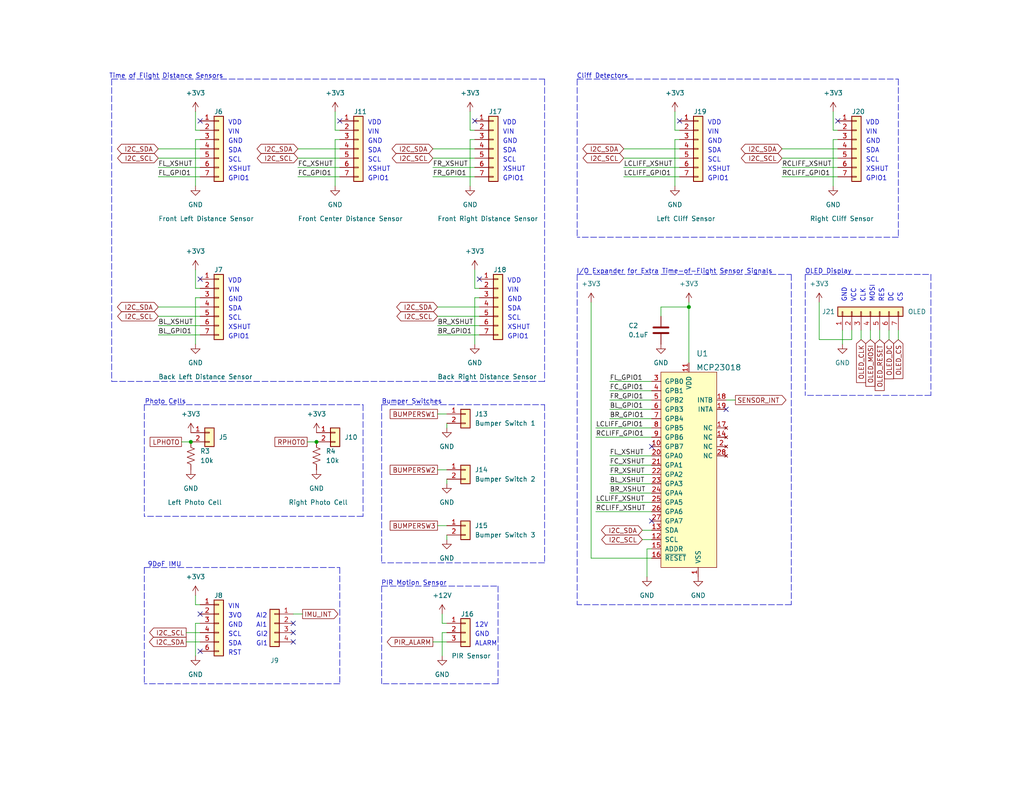
<source format=kicad_sch>
(kicad_sch (version 20211123) (generator eeschema)
  (paper "A")
  (title_block (title "RugRover Shield") (date "2022-03-29") (rev "0.1") (comment 1 "CC BY-SA 4.0"))
  (lib_symbols
    (symbol "Connector_Generic:Conn_01x02" (pin_names (offset 1.016) hide)
      (property "Reference" "J" (at 0 2.54 0))
      (property "Value" "Conn_01x02" (at 0 -5.08 0))
      (symbol "Conn_01x02_1_1"
        (rectangle (start -1.27 -2.413) (end 0 -2.667) (stroke (width 0.1524)))
        (rectangle (start -1.27 0.127) (end 0 -0.127) (stroke (width 0.1524)))
        (rectangle (start -1.27 1.27) (end 1.27 -3.81) (stroke (width 0.254)) (fill (type background)))
        (pin passive line (at -5.08 0 0) (length 3.81) (name "Pin_1") (number "1"))
        (pin passive line (at -5.08 -2.54 0) (length 3.81) (name "Pin_2") (number "2"))
      )
    )
    (symbol "Connector_Generic:Conn_01x03" (pin_names (offset 1.016) hide)
      (property "Reference" "J" (at 0 5.08 0))
      (property "Value" "Conn_01x03" (at 0 -5.08 0))
      (symbol "Conn_01x03_1_1"
        (rectangle (start -1.27 -2.413) (end 0 -2.667) (stroke (width 0.1524)))
        (rectangle (start -1.27 0.127) (end 0 -0.127) (stroke (width 0.1524)))
        (rectangle (start -1.27 2.667) (end 0 2.413) (stroke (width 0.1524)))
        (rectangle (start -1.27 3.81) (end 1.27 -3.81) (stroke (width 0.254)) (fill (type background)))
        (pin passive line (at -5.08 2.54 0) (length 3.81) (name "Pin_1") (number "1"))
        (pin passive line (at -5.08 0 0) (length 3.81) (name "Pin_2") (number "2"))
        (pin passive line (at -5.08 -2.54 0) (length 3.81) (name "Pin_3") (number "3"))
      )
    )
    (symbol "Connector_Generic:Conn_01x04" (pin_names (offset 1.016) hide)
      (property "Reference" "J" (at 0 5.08 0))
      (property "Value" "Conn_01x04" (at 0 -7.62 0))
      (symbol "Conn_01x04_1_1"
        (rectangle (start -1.27 -4.953) (end 0 -5.207) (stroke (width 0.1524)))
        (rectangle (start -1.27 -2.413) (end 0 -2.667) (stroke (width 0.1524)))
        (rectangle (start -1.27 0.127) (end 0 -0.127) (stroke (width 0.1524)))
        (rectangle (start -1.27 2.667) (end 0 2.413) (stroke (width 0.1524)))
        (rectangle (start -1.27 3.81) (end 1.27 -6.35) (stroke (width 0.254)) (fill (type background)))
        (pin passive line (at -5.08 2.54 0) (length 3.81) (name "Pin_1") (number "1"))
        (pin passive line (at -5.08 0 0) (length 3.81) (name "Pin_2") (number "2"))
        (pin passive line (at -5.08 -2.54 0) (length 3.81) (name "Pin_3") (number "3"))
        (pin passive line (at -5.08 -5.08 0) (length 3.81) (name "Pin_4") (number "4"))
      )
    )
    (symbol "Connector_Generic:Conn_01x06" (pin_names (offset 1.016) hide)
      (property "Reference" "J" (at 0 7.62 0))
      (property "Value" "Conn_01x06" (at 0 -10.16 0))
      (symbol "Conn_01x06_1_1"
        (rectangle (start -1.27 -7.493) (end 0 -7.747) (stroke (width 0.1524)))
        (rectangle (start -1.27 -4.953) (end 0 -5.207) (stroke (width 0.1524)))
        (rectangle (start -1.27 -2.413) (end 0 -2.667) (stroke (width 0.1524)))
        (rectangle (start -1.27 0.127) (end 0 -0.127) (stroke (width 0.1524)))
        (rectangle (start -1.27 2.667) (end 0 2.413) (stroke (width 0.1524)))
        (rectangle (start -1.27 5.207) (end 0 4.953) (stroke (width 0.1524)))
        (rectangle (start -1.27 6.35) (end 1.27 -8.89) (stroke (width 0.254)) (fill (type background)))
        (pin passive line (at -5.08 5.08 0) (length 3.81) (name "Pin_1") (number "1"))
        (pin passive line (at -5.08 2.54 0) (length 3.81) (name "Pin_2") (number "2"))
        (pin passive line (at -5.08 0 0) (length 3.81) (name "Pin_3") (number "3"))
        (pin passive line (at -5.08 -2.54 0) (length 3.81) (name "Pin_4") (number "4"))
        (pin passive line (at -5.08 -5.08 0) (length 3.81) (name "Pin_5") (number "5"))
        (pin passive line (at -5.08 -7.62 0) (length 3.81) (name "Pin_6") (number "6"))
      )
    )
    (symbol "Connector_Generic:Conn_01x07" (pin_names (offset 1.016) hide)
      (property "Reference" "J" (at 0 10.16 0))
      (property "Value" "Conn_01x07" (at 0 -10.16 0))
      (symbol "Conn_01x07_1_1"
        (rectangle (start -1.27 -7.493) (end 0 -7.747) (stroke (width 0.1524)))
        (rectangle (start -1.27 -4.953) (end 0 -5.207) (stroke (width 0.1524)))
        (rectangle (start -1.27 -2.413) (end 0 -2.667) (stroke (width 0.1524)))
        (rectangle (start -1.27 0.127) (end 0 -0.127) (stroke (width 0.1524)))
        (rectangle (start -1.27 2.667) (end 0 2.413) (stroke (width 0.1524)))
        (rectangle (start -1.27 5.207) (end 0 4.953) (stroke (width 0.1524)))
        (rectangle (start -1.27 7.747) (end 0 7.493) (stroke (width 0.1524)))
        (rectangle (start -1.27 8.89) (end 1.27 -8.89) (stroke (width 0.254)) (fill (type background)))
        (pin passive line (at -5.08 7.62 0) (length 3.81) (name "Pin_1") (number "1"))
        (pin passive line (at -5.08 5.08 0) (length 3.81) (name "Pin_2") (number "2"))
        (pin passive line (at -5.08 2.54 0) (length 3.81) (name "Pin_3") (number "3"))
        (pin passive line (at -5.08 0 0) (length 3.81) (name "Pin_4") (number "4"))
        (pin passive line (at -5.08 -2.54 0) (length 3.81) (name "Pin_5") (number "5"))
        (pin passive line (at -5.08 -5.08 0) (length 3.81) (name "Pin_6") (number "6"))
        (pin passive line (at -5.08 -7.62 0) (length 3.81) (name "Pin_7") (number "7"))
      )
    )
    (symbol "Device:C" (pin_numbers hide) (pin_names (offset 0.254))
      (property "Reference" "C" (at 0.635 2.54 0))
      (property "Value" "C" (at 0.635 -2.54 0))
      (symbol "C_0_1"
        (polyline (pts (xy -2.032 -0.762) (xy 2.032 -0.762)) (stroke (width 0.508)))
        (polyline (pts (xy -2.032 0.762) (xy 2.032 0.762)) (stroke (width 0.508)))
      )
      (symbol "C_1_1"
        (pin passive line (at 0 3.81 270) (length 2.794) (name "~") (number "1"))
        (pin passive line (at 0 -3.81 90) (length 2.794) (name "~") (number "2"))
      )
    )
    (symbol "Device:R_US" (pin_numbers hide) (pin_names (offset 0))
      (property "Reference" "R" (at 2.54 0 90))
      (property "Value" "R_US" (at -2.54 0 90))
      (symbol "R_US_0_1"
        (polyline (pts (xy 0 -2.286) (xy 0 -2.54)))
        (polyline (pts (xy 0 2.286) (xy 0 2.54)))
        (polyline (pts (xy 0 -0.762) (xy 1.016 -1.143) (xy 0 -1.524) (xy -1.016 -1.905) (xy 0 -2.286)))
        (polyline (pts (xy 0 0.762) (xy 1.016 0.381) (xy 0 0) (xy -1.016 -0.381) (xy 0 -0.762)))
        (polyline (pts (xy 0 2.286) (xy 1.016 1.905) (xy 0 1.524) (xy -1.016 1.143) (xy 0 0.762)))
      )
      (symbol "R_US_1_1"
        (pin passive line (at 0 3.81 270) (length 1.27) (name "~") (number "1"))
        (pin passive line (at 0 -3.81 90) (length 1.27) (name "~") (number "2"))
      )
    )
    (symbol "dk_Interface-I-O-Expanders:MCP23018-E_SP" (pin_names (offset 1.016))
      (property "Reference" "U" (at -2.54 19.05 0))
      (property "Value" "MCP23018-E_SP" (at 2.54 -22.86 90))
      (symbol "MCP23018-E_SP_0_1"
        (rectangle (start -5.08 17.78) (end 10.16 -35.56) (fill (type background)))
      )
      (symbol "MCP23018-E_SP_1_1"
        (pin power_in line (at 5.08 -38.1 90) (length 2.54) (name "VSS") (number "1"))
        (pin bidirectional line (at -7.62 -2.54 0) (length 2.54) (name "GPB7") (number "10"))
        (pin power_in line (at 2.54 20.32 270) (length 2.54) (name "VDD") (number "11"))
        (pin input line (at -7.62 -27.94 0) (length 2.54) (name "SCL") (number "12"))
        (pin bidirectional line (at -7.62 -25.4 0) (length 2.54) (name "SDA") (number "13"))
        (pin no_connect line (at 12.7 0 180) (length 2.54) (name "NC") (number "14"))
        (pin input line (at -7.62 -30.48 0) (length 2.54) (name "ADDR") (number "15"))
        (pin input line (at -7.62 -33.02 0) (length 2.54) (name "~{RESET}") (number "16"))
        (pin no_connect line (at 12.7 2.54 180) (length 2.54) (name "NC") (number "17"))
        (pin output line (at 12.7 10.16 180) (length 2.54) (name "INTB") (number "18"))
        (pin output line (at 12.7 7.62 180) (length 2.54) (name "INTA") (number "19"))
        (pin no_connect line (at 12.7 -2.54 180) (length 2.54) (name "NC") (number "2"))
        (pin bidirectional line (at -7.62 -5.08 0) (length 2.54) (name "GPA0") (number "20"))
        (pin bidirectional line (at -7.62 -7.62 0) (length 2.54) (name "GPA1") (number "21"))
        (pin bidirectional line (at -7.62 -10.16 0) (length 2.54) (name "GPA2") (number "22"))
        (pin bidirectional line (at -7.62 -12.7 0) (length 2.54) (name "GPA3") (number "23"))
        (pin bidirectional line (at -7.62 -15.24 0) (length 2.54) (name "GPA4") (number "24"))
        (pin bidirectional line (at -7.62 -17.78 0) (length 2.54) (name "GPA5") (number "25"))
        (pin bidirectional line (at -7.62 -20.32 0) (length 2.54) (name "GPA6") (number "26"))
        (pin bidirectional line (at -7.62 -22.86 0) (length 2.54) (name "GPA7") (number "27"))
        (pin no_connect line (at 12.7 -5.08 180) (length 2.54) (name "NC") (number "28"))
        (pin bidirectional line (at -7.62 15.24 0) (length 2.54) (name "GPB0") (number "3"))
        (pin bidirectional line (at -7.62 12.7 0) (length 2.54) (name "GPB1") (number "4"))
        (pin bidirectional line (at -7.62 10.16 0) (length 2.54) (name "GPB2") (number "5"))
        (pin bidirectional line (at -7.62 7.62 0) (length 2.54) (name "GPB3") (number "6"))
        (pin bidirectional line (at -7.62 5.08 0) (length 2.54) (name "GPB4") (number "7"))
        (pin bidirectional line (at -7.62 2.54 0) (length 2.54) (name "GPB5") (number "8"))
        (pin bidirectional line (at -7.62 0 0) (length 2.54) (name "GPB6") (number "9"))
      )
    )
    (symbol "power:+12V" (power) (pin_names (offset 0))
      (property "Value" "+12V" (at 0 3.556 0))
      (symbol "+12V_0_1"
        (polyline (pts (xy -0.762 1.27) (xy 0 2.54)))
        (polyline (pts (xy 0 0) (xy 0 2.54)))
        (polyline (pts (xy 0 2.54) (xy 0.762 1.27)))
      )
      (symbol "+12V_1_1"
        (pin power_in line (at 0 0 90) (length 0) hide (name "+12V") (number "1"))
      )
    )
    (symbol "power:+3.3V" (power) (pin_names (offset 0))
      (property "Value" "+3.3V" (at 0 3.556 0))
      (symbol "+3.3V_0_1"
        (polyline (pts (xy -0.762 1.27) (xy 0 2.54)))
        (polyline (pts (xy 0 0) (xy 0 2.54)))
        (polyline (pts (xy 0 2.54) (xy 0.762 1.27)))
      )
      (symbol "+3.3V_1_1"
        (pin power_in line (at 0 0 90) (length 0) hide (name "+3V3") (number "1"))
      )
    )
    (symbol "power:GND" (power) (pin_names (offset 0))
      (property "Value" "GND" (at 0 -3.81 0))
      (symbol "GND_0_1"
        (polyline (pts (xy 0 0) (xy 0 -1.27) (xy 1.27 -1.27) (xy 0 -2.54) (xy -1.27 -1.27) (xy 0 -1.27)))
      )
      (symbol "GND_1_1"
        (pin power_in line (at 0 0 270) (length 0) hide (name "GND") (number "1"))
      )
    )
  )
  (junction (at 187.96 83.82))
  (junction (at 52.07 120.65))
  (junction (at 86.36 120.65))
  (no_connect (at 54.61 76.2))
  (no_connect (at 130.81 76.2))
  (no_connect (at 54.61 33.02))
  (no_connect (at 129.54 33.02))
  (no_connect (at 177.8 121.92))
  (no_connect (at 177.8 142.24))
  (no_connect (at 185.42 33.02))
  (no_connect (at 54.61 167.64))
  (no_connect (at 54.61 177.8))
  (no_connect (at 228.6 33.02))
  (no_connect (at 92.71 33.02))
  (no_connect (at 198.12 111.76))
  (no_connect (at 80.01 170.18))
  (no_connect (at 80.01 175.26))
  (no_connect (at 80.01 172.72))
  (wire (pts (xy 213.36 48.26) (xy 228.6 48.26)))
  (polyline (pts (xy 254 107.95) (xy 219.71 107.95)))
  (wire (pts (xy 121.92 146.05) (xy 121.92 147.32)))
  (wire (pts (xy 184.15 30.48) (xy 184.15 35.56)))
  (wire (pts (xy 166.37 132.08) (xy 177.8 132.08)))
  (wire (pts (xy 223.52 92.71) (xy 223.52 82.55)))
  (wire (pts (xy 53.34 35.56) (xy 54.61 35.56)))
  (wire (pts (xy 166.37 114.3) (xy 177.8 114.3)))
  (polyline (pts (xy 215.9 165.1) (xy 157.48 165.1)))
  (wire (pts (xy 237.49 90.17) (xy 237.49 92.71)))
  (polyline (pts (xy 99.06 140.97) (xy 39.37 140.97)))
  (wire (pts (xy 91.44 35.56) (xy 92.71 35.56)))
  (wire (pts (xy 118.11 45.72) (xy 129.54 45.72)))
  (polyline (pts (xy 245.11 64.77) (xy 157.48 64.77)))
  (wire (pts (xy 129.54 78.74) (xy 130.81 78.74)))
  (polyline (pts (xy 39.37 154.94) (xy 39.37 186.69)))
  (wire (pts (xy 213.36 40.64) (xy 228.6 40.64)))
  (wire (pts (xy 184.15 38.1) (xy 184.15 50.8)))
  (polyline (pts (xy 92.71 186.69) (xy 39.37 186.69)))
  (wire (pts (xy 180.34 83.82) (xy 187.96 83.82)))
  (wire (pts (xy 121.92 115.57) (xy 121.92 116.84)))
  (wire (pts (xy 166.37 106.68) (xy 177.8 106.68)))
  (wire (pts (xy 166.37 124.46) (xy 177.8 124.46)))
  (polyline (pts (xy 99.06 110.49) (xy 99.06 140.97)))
  (wire (pts (xy 128.27 35.56) (xy 129.54 35.56)))
  (wire (pts (xy 118.11 43.18) (xy 129.54 43.18)))
  (polyline (pts (xy 157.48 74.93) (xy 157.48 165.1)))
  (wire (pts (xy 91.44 38.1) (xy 91.44 50.8)))
  (wire (pts (xy 53.34 30.48) (xy 53.34 35.56)))
  (wire (pts (xy 81.28 43.18) (xy 92.71 43.18)))
  (wire (pts (xy 43.18 91.44) (xy 54.61 91.44)))
  (wire (pts (xy 81.28 48.26) (xy 92.71 48.26)))
  (wire (pts (xy 119.38 128.27) (xy 121.92 128.27)))
  (polyline (pts (xy 104.14 160.02) (xy 104.14 186.69)))
  (wire (pts (xy 53.34 78.74) (xy 54.61 78.74)))
  (wire (pts (xy 187.96 82.55) (xy 187.96 83.82)))
  (wire (pts (xy 81.28 40.64) (xy 92.71 40.64)))
  (wire (pts (xy 232.41 90.17) (xy 232.41 92.71)))
  (wire (pts (xy 187.96 83.82) (xy 187.96 99.06)))
  (wire (pts (xy 162.56 139.7) (xy 177.8 139.7)))
  (wire (pts (xy 118.11 48.26) (xy 129.54 48.26)))
  (wire (pts (xy 245.11 90.17) (xy 245.11 92.71)))
  (wire (pts (xy 176.53 149.86) (xy 176.53 157.48)))
  (polyline (pts (xy 30.48 21.59) (xy 30.48 104.14)))
  (wire (pts (xy 91.44 30.48) (xy 91.44 35.56)))
  (polyline (pts (xy 39.37 110.49) (xy 39.37 140.97)))
  (wire (pts (xy 166.37 111.76) (xy 177.8 111.76)))
  (wire (pts (xy 50.8 172.72) (xy 54.61 172.72)))
  (polyline (pts (xy 135.89 160.02) (xy 135.89 186.69)))
  (wire (pts (xy 232.41 92.71) (xy 223.52 92.71)))
  (wire (pts (xy 170.18 48.26) (xy 185.42 48.26)))
  (wire (pts (xy 175.26 144.78) (xy 177.8 144.78)))
  (wire (pts (xy 119.38 86.36) (xy 130.81 86.36)))
  (wire (pts (xy 118.11 40.64) (xy 129.54 40.64)))
  (wire (pts (xy 162.56 137.16) (xy 177.8 137.16)))
  (wire (pts (xy 162.56 116.84) (xy 177.8 116.84)))
  (wire (pts (xy 53.34 81.28) (xy 53.34 93.98)))
  (wire (pts (xy 119.38 91.44) (xy 130.81 91.44)))
  (wire (pts (xy 50.8 175.26) (xy 54.61 175.26)))
  (wire (pts (xy 166.37 104.14) (xy 177.8 104.14)))
  (wire (pts (xy 80.01 167.64) (xy 82.55 167.64)))
  (polyline (pts (xy 157.48 21.59) (xy 157.48 64.77)))
  (wire (pts (xy 177.8 149.86) (xy 176.53 149.86)))
  (wire (pts (xy 129.54 81.28) (xy 129.54 93.98)))
  (wire (pts (xy 81.28 45.72) (xy 92.71 45.72)))
  (polyline (pts (xy 148.59 21.59) (xy 148.59 104.14)))
  (polyline (pts (xy 254 74.93) (xy 254 107.95)))
  (polyline (pts (xy 148.59 104.14) (xy 30.48 104.14)))
  (wire (pts (xy 121.92 172.72) (xy 120.65 172.72)))
  (wire (pts (xy 227.33 30.48) (xy 227.33 35.56)))
  (wire (pts (xy 53.34 165.1) (xy 53.34 162.56)))
  (wire (pts (xy 49.53 120.65) (xy 52.07 120.65)))
  (wire (pts (xy 161.29 152.4) (xy 177.8 152.4)))
  (wire (pts (xy 242.57 90.17) (xy 242.57 92.71)))
  (wire (pts (xy 120.65 170.18) (xy 121.92 170.18)))
  (wire (pts (xy 53.34 73.66) (xy 53.34 78.74)))
  (wire (pts (xy 119.38 113.03) (xy 121.92 113.03)))
  (wire (pts (xy 170.18 40.64) (xy 185.42 40.64)))
  (polyline (pts (xy 104.14 110.49) (xy 104.14 153.67)))
  (polyline (pts (xy 135.89 186.69) (xy 104.14 186.69)))
  (wire (pts (xy 166.37 109.22) (xy 177.8 109.22)))
  (wire (pts (xy 170.18 43.18) (xy 185.42 43.18)))
  (polyline (pts (xy 148.59 153.67) (xy 104.14 153.67)))
  (wire (pts (xy 213.36 45.72) (xy 228.6 45.72)))
  (wire (pts (xy 128.27 30.48) (xy 128.27 35.56)))
  (polyline (pts (xy 245.11 21.59) (xy 245.11 64.77)))
  (wire (pts (xy 213.36 43.18) (xy 228.6 43.18)))
  (wire (pts (xy 119.38 143.51) (xy 121.92 143.51)))
  (polyline (pts (xy 104.14 160.02) (xy 135.89 160.02)))
  (wire (pts (xy 54.61 38.1) (xy 53.34 38.1)))
  (wire (pts (xy 228.6 38.1) (xy 227.33 38.1)))
  (wire (pts (xy 161.29 82.55) (xy 161.29 152.4)))
  (wire (pts (xy 54.61 81.28) (xy 53.34 81.28)))
  (wire (pts (xy 240.03 90.17) (xy 240.03 92.71)))
  (wire (pts (xy 43.18 48.26) (xy 54.61 48.26)))
  (wire (pts (xy 128.27 38.1) (xy 128.27 50.8)))
  (wire (pts (xy 54.61 170.18) (xy 53.34 170.18)))
  (wire (pts (xy 198.12 109.22) (xy 200.66 109.22)))
  (wire (pts (xy 175.26 147.32) (xy 177.8 147.32)))
  (wire (pts (xy 43.18 88.9) (xy 54.61 88.9)))
  (polyline (pts (xy 219.71 74.93) (xy 219.71 107.95)))
  (polyline (pts (xy 157.48 74.93) (xy 215.9 74.93)))
  (wire (pts (xy 53.34 38.1) (xy 53.34 50.8)))
  (wire (pts (xy 170.18 45.72) (xy 185.42 45.72)))
  (wire (pts (xy 118.11 175.26) (xy 121.92 175.26)))
  (wire (pts (xy 166.37 129.54) (xy 177.8 129.54)))
  (wire (pts (xy 129.54 38.1) (xy 128.27 38.1)))
  (wire (pts (xy 43.18 40.64) (xy 54.61 40.64)))
  (wire (pts (xy 130.81 81.28) (xy 129.54 81.28)))
  (wire (pts (xy 119.38 83.82) (xy 130.81 83.82)))
  (wire (pts (xy 227.33 38.1) (xy 227.33 50.8)))
  (wire (pts (xy 120.65 172.72) (xy 120.65 179.07)))
  (polyline (pts (xy 30.48 21.59) (xy 148.59 21.59)))
  (polyline (pts (xy 104.14 110.49) (xy 148.59 110.49)))
  (wire (pts (xy 166.37 134.62) (xy 177.8 134.62)))
  (polyline (pts (xy 148.59 110.49) (xy 148.59 153.67)))
  (wire (pts (xy 53.34 170.18) (xy 53.34 179.07)))
  (polyline (pts (xy 215.9 74.93) (xy 215.9 165.1)))
  (wire (pts (xy 43.18 86.36) (xy 54.61 86.36)))
  (polyline (pts (xy 92.71 154.94) (xy 92.71 186.69)))
  (polyline (pts (xy 39.37 110.49) (xy 99.06 110.49)))
  (polyline (pts (xy 39.37 154.94) (xy 92.71 154.94)))
  (polyline (pts (xy 219.71 74.93) (xy 254 74.93)))
  (wire (pts (xy 43.18 45.72) (xy 54.61 45.72)))
  (wire (pts (xy 120.65 167.64) (xy 120.65 170.18)))
  (wire (pts (xy 234.95 90.17) (xy 234.95 92.71)))
  (polyline (pts (xy 157.48 21.59) (xy 245.11 21.59)))
  (wire (pts (xy 166.37 127) (xy 177.8 127)))
  (wire (pts (xy 180.34 86.36) (xy 180.34 83.82)))
  (wire (pts (xy 83.82 120.65) (xy 86.36 120.65)))
  (wire (pts (xy 92.71 38.1) (xy 91.44 38.1)))
  (wire (pts (xy 227.33 35.56) (xy 228.6 35.56)))
  (wire (pts (xy 185.42 38.1) (xy 184.15 38.1)))
  (wire (pts (xy 129.54 73.66) (xy 129.54 78.74)))
  (wire (pts (xy 229.87 90.17) (xy 229.87 93.98)))
  (wire (pts (xy 43.18 83.82) (xy 54.61 83.82)))
  (wire (pts (xy 121.92 130.81) (xy 121.92 132.08)))
  (wire (pts (xy 43.18 43.18) (xy 54.61 43.18)))
  (wire (pts (xy 184.15 35.56) (xy 185.42 35.56)))
  (wire (pts (xy 162.56 119.38) (xy 177.8 119.38)))
  (wire (pts (xy 54.61 165.1) (xy 53.34 165.1)))
  (wire (pts (xy 119.38 88.9) (xy 130.81 88.9)))
  (text "VIN" (at 236.22 36.83 0) (effects (font (size 1.27 1.27)) (justify left bottom)))
  (text "SDA" (at 138.43 85.09 0) (effects (font (size 1.27 1.27)) (justify left bottom)))
  (text "SDA" (at 62.23 176.53 0) (effects (font (size 1.27 1.27)) (justify left bottom)))
  (text "I/O Expander for Extra Time-of-Flight Sensor Signals" (at 210.82 74.93 0) (effects (font (size 1.27 1.27)) (justify right bottom)))
  (text "GND" (at 137.16 39.37 0) (effects (font (size 1.27 1.27)) (justify left bottom)))
  (text "GI1" (at 69.85 176.53 0) (effects (font (size 1.27 1.27)) (justify left bottom)))
  (text "XSHUT" (at 100.33 46.99 0) (effects (font (size 1.27 1.27)) (justify left bottom)))
  (text "GPIO1" (at 100.33 49.53 0) (effects (font (size 1.27 1.27)) (justify left bottom)))
  (text "RES" (at 241.3 82.55 90) (effects (font (size 1.27 1.27)) (justify left bottom)))
  (text "VDD" (at 100.33 34.29 0) (effects (font (size 1.27 1.27)) (justify left bottom)))
  (text "12V" (at 129.54 171.45 0) (effects (font (size 1.27 1.27)) (justify left bottom)))
  (text "VDD" (at 138.43 77.47 0) (effects (font (size 1.27 1.27)) (justify left bottom)))
  (text "VIN" (at 62.23 166.37 0) (effects (font (size 1.27 1.27)) (justify left bottom)))
  (text "CLK" (at 236.22 82.55 90) (effects (font (size 1.27 1.27)) (justify left bottom)))
  (text "SCL" (at 236.22 44.45 0) (effects (font (size 1.27 1.27)) (justify left bottom)))
  (text "XSHUT" (at 138.43 90.17 0) (effects (font (size 1.27 1.27)) (justify left bottom)))
  (text "GND" (at 129.54 173.99 0) (effects (font (size 1.27 1.27)) (justify left bottom)))
  (text "CS" (at 246.38 82.55 90) (effects (font (size 1.27 1.27)) (justify left bottom)))
  (text "SDA" (at 62.23 85.09 0) (effects (font (size 1.27 1.27)) (justify left bottom)))
  (text "Photo Cells" (at 50.8 110.49 180) (effects (font (size 1.27 1.27)) (justify right bottom)))
  (text "VDD" (at 137.16 34.29 0) (effects (font (size 1.27 1.27)) (justify left bottom)))
  (text "GPIO1" (at 137.16 49.53 0) (effects (font (size 1.27 1.27)) (justify left bottom)))
  (text "GND" (at 231.14 82.55 90) (effects (font (size 1.27 1.27)) (justify left bottom)))
  (text "RST" (at 62.23 179.07 0) (effects (font (size 1.27 1.27)) (justify left bottom)))
  (text "VIN" (at 62.23 36.83 0) (effects (font (size 1.27 1.27)) (justify left bottom)))
  (text "SCL" (at 62.23 44.45 0) (effects (font (size 1.27 1.27)) (justify left bottom)))
  (text "XSHUT" (at 193.04 46.99 0) (effects (font (size 1.27 1.27)) (justify left bottom)))
  (text "Time of Flight Distance Sensors" (at 60.96 21.59 180) (effects (font (size 1.27 1.27)) (justify right bottom)))
  (text "GPIO1" (at 193.04 49.53 0) (effects (font (size 1.27 1.27)) (justify left bottom)))
  (text "VDD" (at 62.23 77.47 0) (effects (font (size 1.27 1.27)) (justify left bottom)))
  (text "GND" (at 62.23 39.37 0) (effects (font (size 1.27 1.27)) (justify left bottom)))
  (text "SCL" (at 62.23 173.99 0) (effects (font (size 1.27 1.27)) (justify left bottom)))
  (text "AI1" (at 69.85 171.45 0) (effects (font (size 1.27 1.27)) (justify left bottom)))
  (text "VIN" (at 100.33 36.83 0) (effects (font (size 1.27 1.27)) (justify left bottom)))
  (text "VDD" (at 236.22 34.29 0) (effects (font (size 1.27 1.27)) (justify left bottom)))
  (text "OLED Display" (at 232.41 74.93 180) (effects (font (size 1.27 1.27)) (justify right bottom)))
  (text "SCL" (at 138.43 87.63 0) (effects (font (size 1.27 1.27)) (justify left bottom)))
  (text "SCL" (at 100.33 44.45 0) (effects (font (size 1.27 1.27)) (justify left bottom)))
  (text "GI2" (at 69.85 173.99 0) (effects (font (size 1.27 1.27)) (justify left bottom)))
  (text "DC" (at 243.84 82.55 90) (effects (font (size 1.27 1.27)) (justify left bottom)))
  (text "GND" (at 62.23 171.45 0) (effects (font (size 1.27 1.27)) (justify left bottom)))
  (text "XSHUT" (at 137.16 46.99 0) (effects (font (size 1.27 1.27)) (justify left bottom)))
  (text "XSHUT" (at 62.23 46.99 0) (effects (font (size 1.27 1.27)) (justify left bottom)))
  (text "PIR Motion Sensor" (at 121.92 160.02 180) (effects (font (size 1.27 1.27)) (justify right bottom)))
  (text "SDA" (at 236.22 41.91 0) (effects (font (size 1.27 1.27)) (justify left bottom)))
  (text "GND" (at 100.33 39.37 0) (effects (font (size 1.27 1.27)) (justify left bottom)))
  (text "SDA" (at 193.04 41.91 0) (effects (font (size 1.27 1.27)) (justify left bottom)))
  (text "SDA" (at 62.23 41.91 0) (effects (font (size 1.27 1.27)) (justify left bottom)))
  (text "Bumper Switches" (at 120.65 110.49 180) (effects (font (size 1.27 1.27)) (justify right bottom)))
  (text "GPIO1" (at 236.22 49.53 0) (effects (font (size 1.27 1.27)) (justify left bottom)))
  (text "VDD" (at 193.04 34.29 0) (effects (font (size 1.27 1.27)) (justify left bottom)))
  (text "VDD" (at 62.23 34.29 0) (effects (font (size 1.27 1.27)) (justify left bottom)))
  (text "SCL" (at 62.23 87.63 0) (effects (font (size 1.27 1.27)) (justify left bottom)))
  (text "GPIO1" (at 62.23 92.71 0) (effects (font (size 1.27 1.27)) (justify left bottom)))
  (text "9DoF IMU" (at 49.53 154.94 180) (effects (font (size 1.27 1.27)) (justify right bottom)))
  (text "XSHUT" (at 236.22 46.99 0) (effects (font (size 1.27 1.27)) (justify left bottom)))
  (text "XSHUT" (at 62.23 90.17 0) (effects (font (size 1.27 1.27)) (justify left bottom)))
  (text "SDA" (at 100.33 41.91 0) (effects (font (size 1.27 1.27)) (justify left bottom)))
  (text "SCL" (at 137.16 44.45 0) (effects (font (size 1.27 1.27)) (justify left bottom)))
  (text "SCL" (at 193.04 44.45 0) (effects (font (size 1.27 1.27)) (justify left bottom)))
  (text "VIN" (at 138.43 80.01 0) (effects (font (size 1.27 1.27)) (justify left bottom)))
  (text "AI2" (at 69.85 168.91 0) (effects (font (size 1.27 1.27)) (justify left bottom)))
  (text "ALARM" (at 129.54 176.53 0) (effects (font (size 1.27 1.27)) (justify left bottom)))
  (text "GND" (at 62.23 82.55 0) (effects (font (size 1.27 1.27)) (justify left bottom)))
  (text "3VO" (at 62.23 168.91 0) (effects (font (size 1.27 1.27)) (justify left bottom)))
  (text "GND" (at 236.22 39.37 0) (effects (font (size 1.27 1.27)) (justify left bottom)))
  (text "VIN" (at 62.23 80.01 0) (effects (font (size 1.27 1.27)) (justify left bottom)))
  (text "VIN" (at 193.04 36.83 0) (effects (font (size 1.27 1.27)) (justify left bottom)))
  (text "GPIO1" (at 62.23 49.53 0) (effects (font (size 1.27 1.27)) (justify left bottom)))
  (text "GND" (at 193.04 39.37 0) (effects (font (size 1.27 1.27)) (justify left bottom)))
  (text "VIN" (at 137.16 36.83 0) (effects (font (size 1.27 1.27)) (justify left bottom)))
  (text "GPIO1" (at 138.43 92.71 0) (effects (font (size 1.27 1.27)) (justify left bottom)))
  (text "GND" (at 138.43 82.55 0) (effects (font (size 1.27 1.27)) (justify left bottom)))
  (text "SDA" (at 137.16 41.91 0) (effects (font (size 1.27 1.27)) (justify left bottom)))
  (text "Cliff Detectors" (at 171.45 21.59 180) (effects (font (size 1.27 1.27)) (justify right bottom)))
  (text "MOSI" (at 238.76 82.55 90) (effects (font (size 1.27 1.27)) (justify left bottom)))
  (text "VCC" (at 233.68 82.55 90) (effects (font (size 1.27 1.27)) (justify left bottom)))
  (label "FC_GPIO1" (at 166.37 106.68 0))
  (label "BL_XSHUT" (at 166.37 132.08 0))
  (label "BR_XSHUT" (at 166.37 134.62 0))
  (label "FR_GPIO1" (at 166.37 109.22 0))
  (label "LCLIFF_GPIO1" (at 170.18 48.26 0))
  (label "FL_XSHUT" (at 43.18 45.72 0))
  (label "FC_XSHUT" (at 81.28 45.72 0))
  (label "FL_GPIO1" (at 43.18 48.26 0))
  (label "LCLIFF_XSHUT" (at 170.18 45.72 0))
  (label "FR_XSHUT" (at 118.11 45.72 0))
  (label "RCLIFF_XSHUT" (at 213.36 45.72 0))
  (label "RCLIFF_XSHUT" (at 162.56 139.7 0))
  (label "RCLIFF_GPIO1" (at 213.36 48.26 0))
  (label "RCLIFF_GPIO1" (at 162.56 119.38 0))
  (label "FR_XSHUT" (at 166.37 129.54 0))
  (label "BR_GPIO1" (at 166.37 114.3 0))
  (label "LCLIFF_XSHUT" (at 162.56 137.16 0))
  (label "LCLIFF_GPIO1" (at 162.56 116.84 0))
  (label "FL_GPIO1" (at 166.37 104.14 0))
  (label "FL_XSHUT" (at 166.37 124.46 0))
  (label "BR_XSHUT" (at 119.38 88.9 0))
  (label "FC_XSHUT" (at 166.37 127 0))
  (label "BL_GPIO1" (at 166.37 111.76 0))
  (label "BL_GPIO1" (at 43.18 91.44 0))
  (label "BL_XSHUT" (at 43.18 88.9 0))
  (label "FR_GPIO1" (at 118.11 48.26 0))
  (label "BR_GPIO1" (at 119.38 91.44 0))
  (label "FC_GPIO1" (at 81.28 48.26 0))
  (global_label "I2C_SCL" (shape bidirectional) (at 43.18 86.36 180) (property "Intersheet References" "${INTERSHEET_REFS}" (effects hide)))
  (global_label "IMU_INT" (shape output) (at 82.55 167.64 0) (property "Intersheet References" "${INTERSHEET_REFS}" (effects hide)))
  (global_label "OLED_RESET" (shape input) (at 240.03 92.71 270) (property "Intersheet References" "${INTERSHEET_REFS}" (effects hide)))
  (global_label "RPHOTO" (shape passive) (at 83.82 120.65 180) (property "Intersheet References" "${INTERSHEET_REFS}" (effects hide)))
  (global_label "I2C_SCL" (shape bidirectional) (at 175.26 147.32 180) (property "Intersheet References" "${INTERSHEET_REFS}" (effects hide)))
  (global_label "OLED_DC" (shape input) (at 242.57 92.71 270) (property "Intersheet References" "${INTERSHEET_REFS}" (effects hide)))
  (global_label "I2C_SDA" (shape bidirectional) (at 118.11 40.64 180) (property "Intersheet References" "${INTERSHEET_REFS}" (effects hide)))
  (global_label "I2C_SCL" (shape output) (at 50.8 172.72 180) (property "Intersheet References" "${INTERSHEET_REFS}" (effects hide)))
  (global_label "I2C_SCL" (shape bidirectional) (at 43.18 43.18 180) (property "Intersheet References" "${INTERSHEET_REFS}" (effects hide)))
  (global_label "I2C_SDA" (shape bidirectional) (at 170.18 40.64 180) (property "Intersheet References" "${INTERSHEET_REFS}" (effects hide)))
  (global_label "SENSOR_INT" (shape output) (at 200.66 109.22 0) (property "Intersheet References" "${INTERSHEET_REFS}" (effects hide)))
  (global_label "I2C_SDA" (shape bidirectional) (at 119.38 83.82 180) (property "Intersheet References" "${INTERSHEET_REFS}" (effects hide)))
  (global_label "I2C_SCL" (shape bidirectional) (at 213.36 43.18 180) (property "Intersheet References" "${INTERSHEET_REFS}" (effects hide)))
  (global_label "BUMPERSW1" (shape passive) (at 119.38 113.03 180) (property "Intersheet References" "${INTERSHEET_REFS}" (effects hide)))
  (global_label "BUMPERSW2" (shape passive) (at 119.38 128.27 180) (property "Intersheet References" "${INTERSHEET_REFS}" (effects hide)))
  (global_label "I2C_SDA" (shape bidirectional) (at 43.18 40.64 180) (property "Intersheet References" "${INTERSHEET_REFS}" (effects hide)))
  (global_label "BUMPERSW3" (shape passive) (at 119.38 143.51 180) (property "Intersheet References" "${INTERSHEET_REFS}" (effects hide)))
  (global_label "I2C_SCL" (shape bidirectional) (at 118.11 43.18 180) (property "Intersheet References" "${INTERSHEET_REFS}" (effects hide)))
  (global_label "PIR_ALARM" (shape output) (at 118.11 175.26 180) (property "Intersheet References" "${INTERSHEET_REFS}" (effects hide)))
  (global_label "OLED_CLK" (shape input) (at 234.95 92.71 270) (property "Intersheet References" "${INTERSHEET_REFS}" (effects hide)))
  (global_label "I2C_SDA" (shape bidirectional) (at 43.18 83.82 180) (property "Intersheet References" "${INTERSHEET_REFS}" (effects hide)))
  (global_label "LPHOTO" (shape passive) (at 49.53 120.65 180) (property "Intersheet References" "${INTERSHEET_REFS}" (effects hide)))
  (global_label "I2C_SDA" (shape bidirectional) (at 175.26 144.78 180) (property "Intersheet References" "${INTERSHEET_REFS}" (effects hide)))
  (global_label "I2C_SDA" (shape bidirectional) (at 213.36 40.64 180) (property "Intersheet References" "${INTERSHEET_REFS}" (effects hide)))
  (global_label "I2C_SCL" (shape bidirectional) (at 81.28 43.18 180) (property "Intersheet References" "${INTERSHEET_REFS}" (effects hide)))
  (global_label "I2C_SDA" (shape bidirectional) (at 81.28 40.64 180) (property "Intersheet References" "${INTERSHEET_REFS}" (effects hide)))
  (global_label "OLED_CS" (shape input) (at 245.11 92.71 270) (property "Intersheet References" "${INTERSHEET_REFS}" (effects hide)))
  (global_label "I2C_SDA" (shape output) (at 50.8 175.26 180) (property "Intersheet References" "${INTERSHEET_REFS}" (effects hide)))
  (global_label "I2C_SCL" (shape bidirectional) (at 119.38 86.36 180) (property "Intersheet References" "${INTERSHEET_REFS}" (effects hide)))
  (global_label "I2C_SCL" (shape bidirectional) (at 170.18 43.18 180) (property "Intersheet References" "${INTERSHEET_REFS}" (effects hide)))
  (global_label "OLED_MOSI" (shape input) (at 237.49 92.71 270) (property "Intersheet References" "${INTERSHEET_REFS}" (effects hide)))
  (symbol (lib_id "Connector_Generic:Conn_01x07") (at 134.62 40.64 0) (unit 1)
    (property "Reference" "J17" (at 133.35 30.48 0) (effects (justify left)))
    (property "Value" "Front Right Distance Sensor" (at 119.38 59.69 0) (effects (justify left)))
    (property "Footprint" "Connector_PinSocket_2.54mm:PinSocket_1x07_P2.54mm_Vertical" (effects hide))
  )
  (symbol (lib_id "power:GND") (at 120.65 179.07 0) (unit 1)
    (property "Reference" "#PWR029" (effects hide))
    (property "Value" "GND" (at 120.65 184.15 0))
  )
  (symbol (lib_id "power:GND") (at 180.34 93.98 0) (unit 1)
    (property "Reference" "#PWR039" (effects hide))
    (property "Value" "GND" (at 180.34 99.06 0))
  )
  (symbol (lib_id "power:GND") (at 53.34 50.8 0) (unit 1)
    (property "Reference" "#PWR017" (effects hide))
    (property "Value" "GND" (at 53.34 55.88 0))
  )
  (symbol (lib_id "dk_Interface-I-O-Expanders:MCP23018-E_SP") (at 185.42 119.38 0) (unit 1)
    (property "Reference" "U1" (at 189.9794 96.52 0) (effects (font (size 1.524 1.524)) (justify left)))
    (property "Value" "MCP23018" (at 189.9794 100.33 0) (effects (font (size 1.524 1.524)) (justify left)))
    (property "Footprint" "Package_SO:SOIC-28W_7.5x17.9mm_P1.27mm" (effects hide))
    (property "Datasheet" "http://www.microchip.com/mymicrochip/filehandler.aspx?ddocname=en537442" (effects hide))
    (property "Digi-Key_PN" "MCP23018-E/SP-ND" (effects hide))
    (property "MPN" "MCP23018-E/SP" (effects hide))
    (property "Category" "Integrated Circuits (ICs)" (effects hide))
    (property "Family" "Interface - I/O Expanders" (effects hide))
    (property "DK_Datasheet_Link" "http://www.microchip.com/mymicrochip/filehandler.aspx?ddocname=en537442" (effects hide))
    (property "DK_Detail_Page" "/product-detail/en/microchip-technology/MCP23018-E-SP/MCP23018-E-SP-ND/1999505" (effects hide))
    (property "Description" "IC I/O EXPANDER I2C 16B 28SDIP" (effects hide))
    (property "Manufacturer" "Microchip Technology" (effects hide))
    (property "Status" "Active" (effects hide))
  )
  (symbol (lib_id "Device:C") (at 180.34 90.17 0) (unit 1)
    (property "Reference" "C2" (at 171.45 88.9 0) (effects (justify left)))
    (property "Value" "0.1uF" (at 171.45 91.44 0) (effects (justify left)))
    (property "Footprint" "Capacitor_SMD:C_0805_2012Metric_Pad1.18x1.45mm_HandSolder" (effects hide))
  )
  (symbol (lib_id "power:+3.3V") (at 129.54 73.66 0) (unit 1)
    (property "Reference" "#PWR035" (effects hide))
    (property "Value" "+3.3V" (at 129.54 68.58 0))
  )
  (symbol (lib_id "Connector_Generic:Conn_01x04") (at 74.93 170.18 0) (mirror y) (unit 1)
    (property "Reference" "J9" (at 74.93 180.34 0))
    (property "Value" "IMU-2" (effects hide))
    (property "Footprint" "Connector_PinSocket_2.54mm:PinSocket_1x04_P2.54mm_Vertical" (effects hide))
  )
  (symbol (lib_id "Connector_Generic:Conn_01x06") (at 59.69 170.18 0) (unit 1)
    (property "Reference" "J8" (at 58.42 162.56 0) (effects (justify left)))
    (property "Value" "IMU-1" (effects hide))
    (property "Footprint" "Connector_PinSocket_2.54mm:PinSocket_1x06_P2.54mm_Vertical" (effects hide))
  )
  (symbol (lib_id "power:GND") (at 121.92 116.84 0) (unit 1)
    (property "Reference" "#PWR030" (effects hide))
    (property "Value" "GND" (at 121.92 121.92 0))
  )
  (symbol (lib_id "Connector_Generic:Conn_01x02") (at 127 143.51 0) (unit 1)
    (property "Reference" "J15" (at 129.54 143.5099 0) (effects (justify left)))
    (property "Value" "Bumper Switch 3" (at 129.54 146.0499 0) (effects (justify left)))
    (property "Footprint" "Connector_PinSocket_2.54mm:PinSocket_1x02_P2.54mm_Horizontal" (effects hide))
  )
  (symbol (lib_id "power:+3.3V") (at 227.33 30.48 0) (unit 1)
    (property "Reference" "#PWR045" (effects hide))
    (property "Value" "+3.3V" (at 227.33 25.4 0))
  )
  (symbol (lib_id "power:GND") (at 53.34 179.07 0) (unit 1)
    (property "Reference" "#PWR021" (effects hide))
    (property "Value" "GND" (at 53.34 184.15 0))
  )
  (symbol (lib_id "Connector_Generic:Conn_01x07") (at 59.69 83.82 0) (unit 1)
    (property "Reference" "J7" (at 58.42 73.66 0) (effects (justify left)))
    (property "Value" "Back Left Distance Sensor" (at 43.18 102.87 0) (effects (justify left)))
    (property "Footprint" "Connector_PinSocket_2.54mm:PinSocket_1x07_P2.54mm_Vertical" (effects hide))
  )
  (symbol (lib_id "power:GND") (at 184.15 50.8 0) (unit 1)
    (property "Reference" "#PWR041" (effects hide))
    (property "Value" "GND" (at 184.15 55.88 0))
  )
  (symbol (lib_id "power:GND") (at 227.33 50.8 0) (unit 1)
    (property "Reference" "#PWR046" (effects hide))
    (property "Value" "GND" (at 227.33 55.88 0))
  )
  (symbol (lib_id "power:+3.3V") (at 223.52 82.55 0) (unit 1)
    (property "Reference" "#PWR044" (effects hide))
    (property "Value" "+3.3V" (at 223.52 77.47 0))
  )
  (symbol (lib_id "Device:R_US") (at 52.07 124.46 0) (unit 1)
    (property "Reference" "R3" (at 54.61 123.1899 0) (effects (justify left)))
    (property "Value" "10k" (at 54.61 125.7299 0) (effects (justify left)))
    (property "Footprint" "Resistor_SMD:R_0805_2012Metric_Pad1.20x1.40mm_HandSolder" (effects hide))
  )
  (symbol (lib_id "Connector_Generic:Conn_01x02") (at 91.44 118.11 0) (unit 1)
    (property "Reference" "J10" (at 93.98 119.38 0) (effects (justify left)))
    (property "Value" "Right Photo Cell" (at 78.74 137.16 0) (effects (justify left)))
    (property "Footprint" "Connector_PinSocket_2.54mm:PinSocket_1x02_P2.54mm_Vertical" (effects hide))
  )
  (symbol (lib_id "power:GND") (at 129.54 93.98 0) (unit 1)
    (property "Reference" "#PWR036" (effects hide))
    (property "Value" "GND" (at 129.54 99.06 0))
  )
  (symbol (lib_id "power:GND") (at 190.5 157.48 0) (unit 1)
    (property "Reference" "#PWR043" (effects hide))
    (property "Value" "GND" (at 190.5 162.56 0))
  )
  (symbol (lib_id "power:GND") (at 91.44 50.8 0) (unit 1)
    (property "Reference" "#PWR025" (effects hide))
    (property "Value" "GND" (at 91.44 55.88 0))
  )
  (symbol (lib_id "power:+12V") (at 120.65 167.64 0) (unit 1)
    (property "Reference" "#PWR028" (effects hide))
    (property "Value" "+12V" (at 120.65 162.56 0))
  )
  (symbol (lib_id "Connector_Generic:Conn_01x02") (at 127 128.27 0) (unit 1)
    (property "Reference" "J14" (at 129.54 128.2699 0) (effects (justify left)))
    (property "Value" "Bumper Switch 2" (at 129.54 130.8099 0) (effects (justify left)))
    (property "Footprint" "Connector_PinSocket_2.54mm:PinSocket_1x02_P2.54mm_Horizontal" (effects hide))
  )
  (symbol (lib_id "power:GND") (at 229.87 93.98 0) (unit 1)
    (property "Reference" "#PWR047" (effects hide))
    (property "Value" "GND" (at 229.87 99.06 0))
  )
  (symbol (lib_id "Connector_Generic:Conn_01x07") (at 135.89 83.82 0) (unit 1)
    (property "Reference" "J18" (at 134.62 73.66 0) (effects (justify left)))
    (property "Value" "Back Right Distance Sensor" (at 119.38 102.87 0) (effects (justify left)))
    (property "Footprint" "Connector_PinSocket_2.54mm:PinSocket_1x07_P2.54mm_Vertical" (effects hide))
  )
  (symbol (lib_id "power:+3.3V") (at 53.34 73.66 0) (unit 1)
    (property "Reference" "#PWR018" (effects hide))
    (property "Value" "+3.3V" (at 53.34 68.58 0))
  )
  (symbol (lib_id "Connector_Generic:Conn_01x07") (at 237.49 85.09 90) (unit 1)
    (property "Reference" "J21" (at 226.06 85.09 90))
    (property "Value" "OLED" (at 250.19 85.09 90))
    (property "Footprint" "Connector_PinSocket_2.54mm:PinSocket_1x07_P2.54mm_Vertical" (effects hide))
  )
  (symbol (lib_id "power:GND") (at 121.92 132.08 0) (unit 1)
    (property "Reference" "#PWR031" (effects hide))
    (property "Value" "GND" (at 121.92 137.16 0))
  )
  (symbol (lib_id "power:GND") (at 176.53 157.48 0) (unit 1)
    (property "Reference" "#PWR038" (effects hide))
    (property "Value" "GND" (at 176.53 162.56 0))
  )
  (symbol (lib_id "Connector_Generic:Conn_01x07") (at 59.69 40.64 0) (unit 1)
    (property "Reference" "J6" (at 58.42 30.48 0) (effects (justify left)))
    (property "Value" "Front Left Distance Sensor" (at 43.18 59.69 0) (effects (justify left)))
    (property "Footprint" "Connector_PinSocket_2.54mm:PinSocket_1x07_P2.54mm_Vertical" (effects hide))
  )
  (symbol (lib_id "Connector_Generic:Conn_01x02") (at 127 113.03 0) (unit 1)
    (property "Reference" "J13" (at 129.54 113.0299 0) (effects (justify left)))
    (property "Value" "Bumper Switch 1" (at 129.54 115.5699 0) (effects (justify left)))
    (property "Footprint" "Connector_PinSocket_2.54mm:PinSocket_1x02_P2.54mm_Horizontal" (effects hide))
  )
  (symbol (lib_id "power:+3.3V") (at 86.36 118.11 0) (unit 1)
    (property "Reference" "#PWR022" (effects hide))
    (property "Value" "+3.3V" (at 86.36 113.03 0))
  )
  (symbol (lib_id "power:+3.3V") (at 128.27 30.48 0) (unit 1)
    (property "Reference" "#PWR033" (effects hide))
    (property "Value" "+3.3V" (at 128.27 25.4 0))
  )
  (symbol (lib_id "Connector_Generic:Conn_01x07") (at 190.5 40.64 0) (unit 1)
    (property "Reference" "J19" (at 189.23 30.48 0) (effects (justify left)))
    (property "Value" "Left Cliff Sensor" (at 179.07 59.69 0) (effects (justify left)))
    (property "Footprint" "Connector_PinSocket_2.54mm:PinSocket_1x07_P2.54mm_Horizontal" (effects hide))
  )
  (symbol (lib_id "Device:R_US") (at 86.36 124.46 0) (unit 1)
    (property "Reference" "R4" (at 88.9 123.1899 0) (effects (justify left)))
    (property "Value" "10k" (at 88.9 125.7299 0) (effects (justify left)))
    (property "Footprint" "Resistor_SMD:R_0805_2012Metric_Pad1.20x1.40mm_HandSolder" (effects hide))
  )
  (symbol (lib_id "power:+3.3V") (at 187.96 82.55 0) (unit 1)
    (property "Reference" "#PWR042" (effects hide))
    (property "Value" "+3.3V" (at 187.96 77.47 0))
  )
  (symbol (lib_id "power:+3.3V") (at 91.44 30.48 0) (unit 1)
    (property "Reference" "#PWR024" (effects hide))
    (property "Value" "+3.3V" (at 91.44 25.4 0))
  )
  (symbol (lib_id "Connector_Generic:Conn_01x07") (at 97.79 40.64 0) (unit 1)
    (property "Reference" "J11" (at 96.52 30.48 0) (effects (justify left)))
    (property "Value" "Front Center Distance Sensor" (at 81.28 59.69 0) (effects (justify left)))
    (property "Footprint" "Connector_PinSocket_2.54mm:PinSocket_1x07_P2.54mm_Vertical" (effects hide))
  )
  (symbol (lib_id "power:+3.3V") (at 53.34 30.48 0) (unit 1)
    (property "Reference" "#PWR016" (effects hide))
    (property "Value" "+3.3V" (at 53.34 25.4 0))
  )
  (symbol (lib_id "Connector_Generic:Conn_01x02") (at 57.15 118.11 0) (unit 1)
    (property "Reference" "J5" (at 59.69 119.38 0) (effects (justify left)))
    (property "Value" "Left Photo Cell" (at 45.72 137.16 0) (effects (justify left)))
    (property "Footprint" "Connector_PinSocket_2.54mm:PinSocket_1x02_P2.54mm_Vertical" (effects hide))
  )
  (symbol (lib_id "Connector_Generic:Conn_01x07") (at 233.68 40.64 0) (unit 1)
    (property "Reference" "J20" (at 232.41 30.48 0) (effects (justify left)))
    (property "Value" "Right Cliff Sensor" (at 220.98 59.69 0) (effects (justify left)))
    (property "Footprint" "Connector_PinSocket_2.54mm:PinSocket_1x07_P2.54mm_Horizontal" (effects hide))
  )
  (symbol (lib_id "power:+3.3V") (at 161.29 82.55 0) (unit 1)
    (property "Reference" "#PWR037" (effects hide))
    (property "Value" "+3.3V" (at 161.29 77.47 0))
  )
  (symbol (lib_id "Connector_Generic:Conn_01x03") (at 127 172.72 0) (unit 1)
    (property "Reference" "J16" (at 125.73 167.64 0) (effects (justify left)))
    (property "Value" "PIR Sensor" (at 123.19 179.07 0) (effects (justify left)))
    (property "Footprint" "Connector_PinSocket_2.54mm:PinSocket_1x03_P2.54mm_Vertical" (effects hide))
  )
  (symbol (lib_id "power:GND") (at 52.07 128.27 0) (unit 1)
    (property "Reference" "#PWR015" (effects hide))
    (property "Value" "GND" (at 52.07 133.35 0))
  )
  (symbol (lib_id "power:+3.3V") (at 184.15 30.48 0) (unit 1)
    (property "Reference" "#PWR040" (effects hide))
    (property "Value" "+3.3V" (at 184.15 25.4 0))
  )
  (symbol (lib_id "power:GND") (at 128.27 50.8 0) (unit 1)
    (property "Reference" "#PWR034" (effects hide))
    (property "Value" "GND" (at 128.27 55.88 0))
  )
  (symbol (lib_id "power:GND") (at 121.92 147.32 0) (unit 1)
    (property "Reference" "#PWR032" (effects hide))
    (property "Value" "GND" (at 121.92 152.4 0))
  )
  (symbol (lib_id "power:GND") (at 53.34 93.98 0) (unit 1)
    (property "Reference" "#PWR019" (effects hide))
    (property "Value" "GND" (at 53.34 99.06 0))
  )
  (symbol (lib_id "power:+3.3V") (at 53.34 162.56 0) (unit 1)
    (property "Reference" "#PWR020" (effects hide))
    (property "Value" "+3.3V" (at 53.34 157.48 0))
  )
  (symbol (lib_id "power:GND") (at 86.36 128.27 0) (unit 1)
    (property "Reference" "#PWR023" (effects hide))
    (property "Value" "GND" (at 86.36 133.35 0))
  )
  (symbol (lib_id "power:+3.3V") (at 52.07 118.11 0) (unit 1)
    (property "Reference" "#PWR014" (effects hide))
    (property "Value" "+3.3V" (at 52.07 113.03 0))
  )
)
</source>
